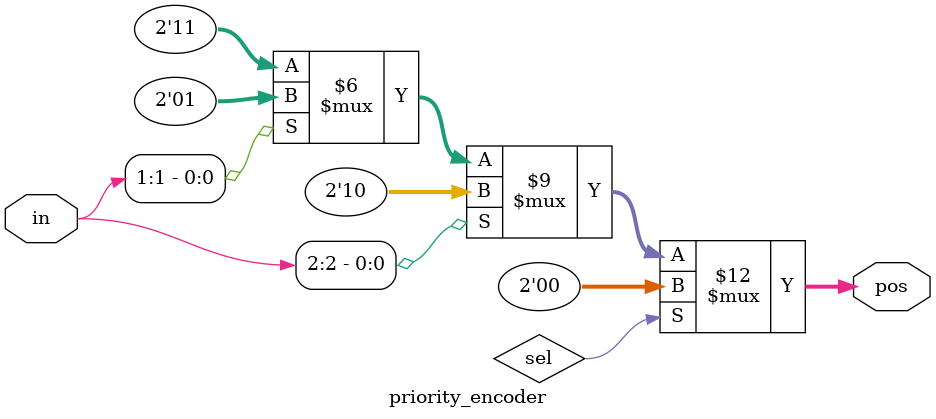
<source format=v>
module priority_encoder( 
input [2:0] in,
output reg [1:0] pos ); 
// When sel=1, assign b to out
always @ (in or sel) begin
 if (sel == 1)
 pos <= 2'b00;
 else if (in[2] == 1)
 pos <= 2'b10;
 else if (in[1] == 1)
 pos <= 2'b01;
 else
 pos <= 2'b11;
end
endmodule

</source>
